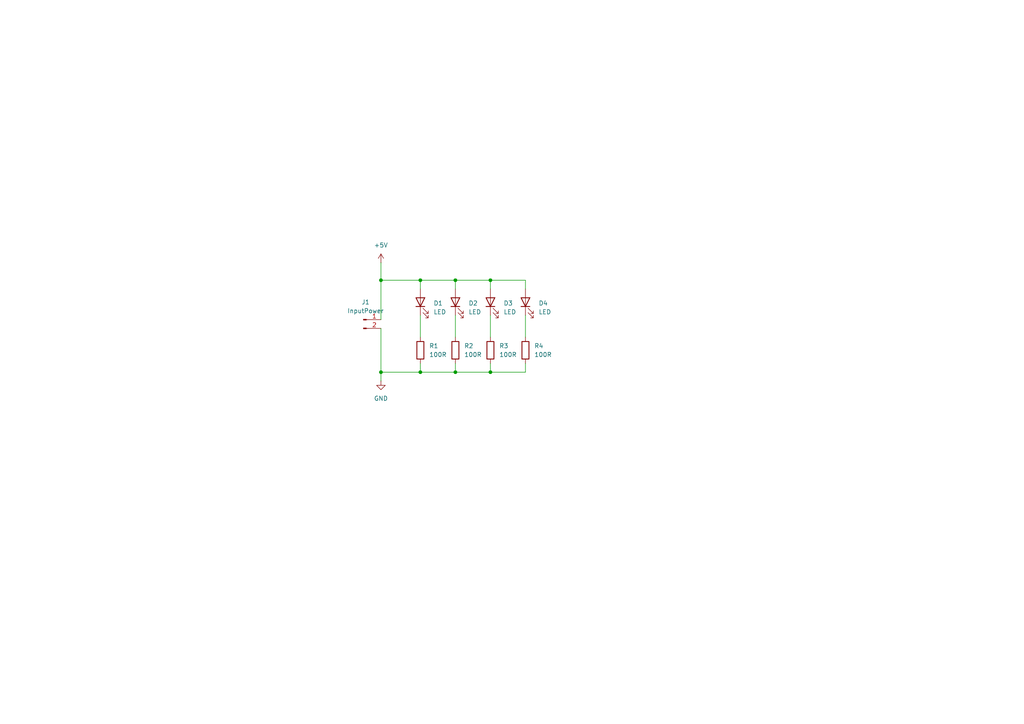
<source format=kicad_sch>
(kicad_sch (version 20250114) (generator "eeschema") (generator_version "9.0")
  (paper "A4")
  (lib_symbols
    (symbol "Connector:Conn_01x02_Pin" (pin_names (offset 1.016) (hide yes))
      (property "Reference" "J" (at 0 2.54 0))
      (property "Value" "Conn_01x02_Pin" (at 0 -5.08 0))
      (symbol "Conn_01x02_Pin_1_1"
        (rectangle (start 0.8636 0.127) (end 0 -0.127) (stroke (width 0.1524)) (fill (type outline)))
        (rectangle (start 0.8636 -2.413) (end 0 -2.667) (stroke (width 0.1524)) (fill (type outline)))
        (polyline (pts (xy 1.27 0) (xy 0.8636 0)) (stroke (width 0.1524)))
        (polyline (pts (xy 1.27 -2.54) (xy 0.8636 -2.54)) (stroke (width 0.1524)))
        (pin passive line (at 5.08 0 180) (length 3.81) (name "Pin_1") (number "1"))
        (pin passive line (at 5.08 -2.54 180) (length 3.81) (name "Pin_2") (number "2"))
      )
    )
    (symbol "Device:LED" (pin_numbers (hide yes)) (pin_names (offset 1.016) (hide yes))
      (property "Reference" "D" (at 0 2.54 0))
      (property "Value" "LED" (at 0 -2.54 0))
      (symbol "LED_0_1"
        (polyline (pts (xy -3.048 -0.762) (xy -4.572 -2.286) (xy -3.81 -2.286) (xy -4.572 -2.286) (xy -4.572 -1.524)))
        (polyline (pts (xy -1.778 -0.762) (xy -3.302 -2.286) (xy -2.54 -2.286) (xy -3.302 -2.286) (xy -3.302 -1.524)))
        (polyline (pts (xy -1.27 0) (xy 1.27 0)))
        (polyline (pts (xy -1.27 -1.27) (xy -1.27 1.27)) (stroke (width 0.254)))
        (polyline (pts (xy 1.27 -1.27) (xy 1.27 1.27) (xy -1.27 0) (xy 1.27 -1.27)) (stroke (width 0.254)))
      )
      (symbol "LED_1_1"
        (pin passive line (at -3.81 0 0) (length 2.54) (name "K") (number "1"))
        (pin passive line (at 3.81 0 180) (length 2.54) (name "A") (number "2"))
      )
    )
    (symbol "Device:R" (pin_numbers (hide yes)) (pin_names (offset 0))
      (property "Reference" "R" (at 2.032 0 90))
      (property "Value" "R" (at 0 0 90))
      (symbol "R_0_1"
        (rectangle (start -1.016 -2.54) (end 1.016 2.54) (stroke (width 0.254)))
      )
      (symbol "R_1_1"
        (pin passive line (at 0 3.81 270) (length 1.27) (name "~") (number "1"))
        (pin passive line (at 0 -3.81 90) (length 1.27) (name "~") (number "2"))
      )
    )
    (symbol "power:+5V" (power) (pin_numbers (hide yes)) (pin_names (offset 0) (hide yes))
      (property "Value" "+5V" (at 0 3.556 0))
      (symbol "+5V_0_1"
        (polyline (pts (xy -0.762 1.27) (xy 0 2.54)))
        (polyline (pts (xy 0 2.54) (xy 0.762 1.27)))
        (polyline (pts (xy 0 0) (xy 0 2.54)))
      )
      (symbol "+5V_1_1"
        (pin power_in line (at 0 0 90) (length 0) (name "~") (number "1"))
      )
    )
    (symbol "power:GND" (power) (pin_numbers (hide yes)) (pin_names (offset 0) (hide yes))
      (property "Value" "GND" (at 0 -3.81 0))
      (symbol "GND_0_1"
        (polyline (pts (xy 0 0) (xy 0 -1.27) (xy 1.27 -1.27) (xy 0 -2.54) (xy -1.27 -1.27) (xy 0 -1.27)))
      )
      (symbol "GND_1_1"
        (pin power_in line (at 0 0 270) (length 0) (name "~") (number "1"))
      )
    )
  )
  (junction (at 132.08 107.95))
  (junction (at 110.49 107.95))
  (junction (at 110.49 81.28))
  (junction (at 142.24 81.28))
  (junction (at 121.92 81.28))
  (junction (at 121.92 107.95))
  (junction (at 132.08 81.28))
  (junction (at 142.24 107.95))
  (wire (pts (xy 152.4 81.28) (xy 152.4 83.82)))
  (wire (pts (xy 110.49 81.28) (xy 110.49 92.71)))
  (wire (pts (xy 110.49 107.95) (xy 110.49 110.49)))
  (wire (pts (xy 152.4 105.41) (xy 152.4 107.95)))
  (wire (pts (xy 121.92 81.28) (xy 121.92 83.82)))
  (wire (pts (xy 132.08 81.28) (xy 132.08 83.82)))
  (wire (pts (xy 132.08 91.44) (xy 132.08 97.79)))
  (wire (pts (xy 121.92 107.95) (xy 110.49 107.95)))
  (wire (pts (xy 142.24 107.95) (xy 152.4 107.95)))
  (wire (pts (xy 152.4 91.44) (xy 152.4 97.79)))
  (wire (pts (xy 142.24 105.41) (xy 142.24 107.95)))
  (wire (pts (xy 121.92 91.44) (xy 121.92 97.79)))
  (wire (pts (xy 121.92 105.41) (xy 121.92 107.95)))
  (wire (pts (xy 121.92 81.28) (xy 132.08 81.28)))
  (wire (pts (xy 132.08 107.95) (xy 121.92 107.95)))
  (wire (pts (xy 110.49 76.2) (xy 110.49 81.28)))
  (wire (pts (xy 110.49 95.25) (xy 110.49 107.95)))
  (wire (pts (xy 142.24 91.44) (xy 142.24 97.79)))
  (wire (pts (xy 132.08 105.41) (xy 132.08 107.95)))
  (wire (pts (xy 142.24 81.28) (xy 152.4 81.28)))
  (wire (pts (xy 132.08 107.95) (xy 142.24 107.95)))
  (wire (pts (xy 110.49 81.28) (xy 121.92 81.28)))
  (wire (pts (xy 142.24 81.28) (xy 142.24 83.82)))
  (wire (pts (xy 132.08 81.28) (xy 142.24 81.28)))
  (symbol (lib_id "Device:LED") (at 132.08 87.63 90) (unit 1)
    (property "Reference" "D2" (at 135.89 87.9474 90) (effects (justify right)))
    (property "Value" "LED" (at 135.89 90.4874 90) (effects (justify right)))
    (property "Footprint" "CustomPadConnectors:Custom5050LED" (effects (hide yes)))
    (property "Description" "Light emitting diode" (effects (hide yes)))
    (property "Sim.Pins" "1=K 2=A" (effects (hide yes)))
  )
  (symbol (lib_id "power:GND") (at 110.49 110.49 0) (unit 1)
    (property "Reference" "#PWR02" (effects (hide yes)))
    (property "Value" "GND" (at 110.49 115.57 0))
    (property "Description" "Power symbol creates a global label with name \"GND\" , ground" (effects (hide yes)))
  )
  (symbol (lib_id "Device:R") (at 142.24 101.6 0) (unit 1)
    (property "Reference" "R3" (at 144.78 100.3299 0) (effects (justify left)))
    (property "Value" "100R" (at 144.78 102.8699 0) (effects (justify left)))
    (property "Footprint" "Resistor_SMD:R_1206_3216Metric_Pad1.30x1.75mm_HandSolder" (effects (hide yes)))
    (property "Description" "Resistor" (effects (hide yes)))
  )
  (symbol (lib_id "Device:LED") (at 142.24 87.63 90) (unit 1)
    (property "Reference" "D3" (at 146.05 87.9474 90) (effects (justify right)))
    (property "Value" "LED" (at 146.05 90.4874 90) (effects (justify right)))
    (property "Footprint" "CustomPadConnectors:Custom5050LED" (effects (hide yes)))
    (property "Description" "Light emitting diode" (effects (hide yes)))
    (property "Sim.Pins" "1=K 2=A" (effects (hide yes)))
  )
  (symbol (lib_id "Device:LED") (at 152.4 87.63 90) (unit 1)
    (property "Reference" "D4" (at 156.21 87.9474 90) (effects (justify right)))
    (property "Value" "LED" (at 156.21 90.4874 90) (effects (justify right)))
    (property "Footprint" "CustomPadConnectors:Custom5050LED" (effects (hide yes)))
    (property "Description" "Light emitting diode" (effects (hide yes)))
    (property "Sim.Pins" "1=K 2=A" (effects (hide yes)))
  )
  (symbol (lib_id "Connector:Conn_01x02_Pin") (at 105.41 92.71 0) (unit 1)
    (property "Reference" "J1" (at 106.045 87.63 0))
    (property "Value" "InputPower" (at 106.045 90.17 0))
    (property "Footprint" "CustomPadConnectors:CustomIOConnector" (effects (hide yes)))
    (property "Description" "Generic connector, single row, 01x02, script generated" (effects (hide yes)))
  )
  (symbol (lib_id "Device:LED") (at 121.92 87.63 90) (unit 1)
    (property "Reference" "D1" (at 125.73 87.9474 90) (effects (justify right)))
    (property "Value" "LED" (at 125.73 90.4874 90) (effects (justify right)))
    (property "Footprint" "CustomPadConnectors:Custom5050LED" (effects (hide yes)))
    (property "Description" "Light emitting diode" (effects (hide yes)))
    (property "Sim.Pins" "1=K 2=A" (effects (hide yes)))
  )
  (symbol (lib_id "power:+5V") (at 110.49 76.2 0) (unit 1)
    (property "Reference" "#PWR01" (effects (hide yes)))
    (property "Value" "+5V" (at 110.49 71.12 0))
    (property "Description" "Power symbol creates a global label with name \"+5V\"" (effects (hide yes)))
  )
  (symbol (lib_id "Device:R") (at 121.92 101.6 0) (unit 1)
    (property "Reference" "R1" (at 124.46 100.3299 0) (effects (justify left)))
    (property "Value" "100R" (at 124.46 102.8699 0) (effects (justify left)))
    (property "Footprint" "Resistor_SMD:R_1206_3216Metric_Pad1.30x1.75mm_HandSolder" (effects (hide yes)))
    (property "Description" "Resistor" (effects (hide yes)))
  )
  (symbol (lib_id "Device:R") (at 132.08 101.6 0) (unit 1)
    (property "Reference" "R2" (at 134.62 100.3299 0) (effects (justify left)))
    (property "Value" "100R" (at 134.62 102.8699 0) (effects (justify left)))
    (property "Footprint" "Resistor_SMD:R_1206_3216Metric_Pad1.30x1.75mm_HandSolder" (effects (hide yes)))
    (property "Description" "Resistor" (effects (hide yes)))
  )
  (symbol (lib_id "Device:R") (at 152.4 101.6 0) (unit 1)
    (property "Reference" "R4" (at 154.94 100.3299 0) (effects (justify left)))
    (property "Value" "100R" (at 154.94 102.8699 0) (effects (justify left)))
    (property "Footprint" "Resistor_SMD:R_1206_3216Metric_Pad1.30x1.75mm_HandSolder" (effects (hide yes)))
    (property "Description" "Resistor" (effects (hide yes)))
  )
)
</source>
